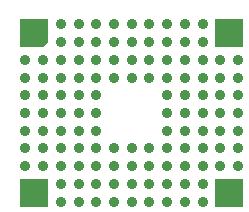
<source format=gbr>
%TF.GenerationSoftware,KiCad,Pcbnew,(6.0.9)*%
%TF.CreationDate,2023-11-19T16:38:05-08:00*%
%TF.ProjectId,IMX283_MIPI_Camera_v2,494d5832-3833-45f4-9d49-50495f43616d,rev?*%
%TF.SameCoordinates,Original*%
%TF.FileFunction,Paste,Bot*%
%TF.FilePolarity,Positive*%
%FSLAX46Y46*%
G04 Gerber Fmt 4.6, Leading zero omitted, Abs format (unit mm)*
G04 Created by KiCad (PCBNEW (6.0.9)) date 2023-11-19 16:38:05*
%MOMM*%
%LPD*%
G01*
G04 APERTURE LIST*
%ADD10C,0.900000*%
%ADD11R,2.400000X2.400000*%
G04 APERTURE END LIST*
D10*
X8000000Y-12500000D03*
X8000000Y-14000000D03*
X8000637Y-15487082D03*
X8000000Y-17000000D03*
X8000000Y-18500000D03*
X8000000Y-20000000D03*
X8000000Y-21500000D03*
X9500000Y-12500000D03*
X9500000Y-14000000D03*
X9500637Y-15487082D03*
X9500000Y-17000000D03*
X9500000Y-18500000D03*
X9500000Y-20000000D03*
X9500000Y-21500000D03*
X11000000Y-9500000D03*
X11000000Y-11000000D03*
X11000000Y-12500000D03*
X11000000Y-14000000D03*
X11000637Y-15487082D03*
X11000000Y-17000000D03*
X11000000Y-18500000D03*
X11000000Y-20000000D03*
X11000000Y-21500000D03*
X11000637Y-22987082D03*
X11000000Y-24500000D03*
X12500000Y-9500000D03*
X12500000Y-11000000D03*
X12500000Y-12500000D03*
X12500000Y-14000000D03*
X12500637Y-15487082D03*
X12500000Y-17000000D03*
X12500000Y-18500000D03*
X12500000Y-20000000D03*
X12500000Y-21500000D03*
X12500637Y-22987082D03*
X12500000Y-24500000D03*
X14000000Y-9500000D03*
X14000000Y-11000000D03*
X14000000Y-12500000D03*
X14000000Y-14000000D03*
X14000637Y-15487082D03*
X14000000Y-17000000D03*
X14000000Y-18500000D03*
X14000000Y-20000000D03*
X14000000Y-21500000D03*
X14000637Y-22987082D03*
X14000000Y-24500000D03*
X15500000Y-9500000D03*
X15500000Y-11000000D03*
X15500000Y-12500000D03*
X15500000Y-14000000D03*
X15500000Y-20000000D03*
X15500000Y-21500000D03*
X15500637Y-22987082D03*
X15500000Y-24500000D03*
X17000000Y-9500000D03*
X17000000Y-11000000D03*
X17000000Y-12500000D03*
X17000000Y-14000000D03*
X17000000Y-20000000D03*
X17000000Y-21500000D03*
X17000637Y-22987082D03*
X17000000Y-24500000D03*
X18500000Y-9500000D03*
X18500000Y-11000000D03*
X18500000Y-12500000D03*
X18500000Y-14000000D03*
X18500000Y-20000000D03*
X18500000Y-21500000D03*
X18500637Y-22987082D03*
X18500000Y-24500000D03*
X20000000Y-9500000D03*
X20000000Y-11000000D03*
X20000000Y-12500000D03*
X20000000Y-14000000D03*
X20000637Y-15487082D03*
X20000000Y-17000000D03*
X20000000Y-18500000D03*
X20000000Y-20000000D03*
X20000000Y-21500000D03*
X20000637Y-22987082D03*
X20000000Y-24500000D03*
X21500000Y-9500000D03*
X21500000Y-11000000D03*
X21500000Y-12500000D03*
X21500000Y-14000000D03*
X21500637Y-15487082D03*
X21500000Y-17000000D03*
X21500000Y-18500000D03*
X21500000Y-20000000D03*
X21500000Y-21500000D03*
X21500637Y-22987082D03*
X21500000Y-24500000D03*
X23000000Y-9500000D03*
X23000000Y-11000000D03*
X23000000Y-12500000D03*
X23000000Y-14000000D03*
X23000637Y-15487082D03*
X23000000Y-17000000D03*
X23000000Y-18500000D03*
X23000000Y-20000000D03*
X23000000Y-21500000D03*
X23000637Y-22987082D03*
X23000000Y-24500000D03*
X24500000Y-12500000D03*
X24500000Y-14000000D03*
X24500637Y-15487082D03*
X24500000Y-17000000D03*
X24500000Y-18500000D03*
X24500000Y-20000000D03*
X24500000Y-21500000D03*
X26000000Y-12500000D03*
X26000000Y-14000000D03*
X26000637Y-15487082D03*
X26000000Y-17000000D03*
X26000000Y-18500000D03*
X26000000Y-20000000D03*
X26000000Y-21500000D03*
D11*
X25250000Y-10250000D03*
X8750000Y-23750000D03*
X25250000Y-23750000D03*
G36*
X9950000Y-10970000D02*
G01*
X9470000Y-11450000D01*
X7550000Y-11450000D01*
X7550000Y-9050000D01*
X9950000Y-9050000D01*
X9950000Y-10970000D01*
G37*
M02*

</source>
